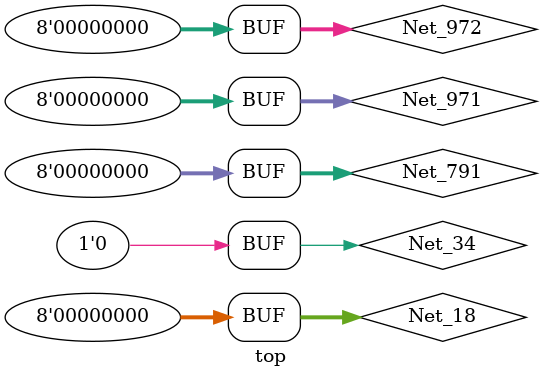
<source format=v>

/* -- WARNING: The following section of defines are deprecated and will be removed in a future release -- */
`define CYDEV_CHIP_DIE_LEOPARD 1
`define CYDEV_CHIP_REV_LEOPARD_PRODUCTION 3
`define CYDEV_CHIP_REV_LEOPARD_ES3 3
`define CYDEV_CHIP_REV_LEOPARD_ES2 1
`define CYDEV_CHIP_REV_LEOPARD_ES1 0
`define CYDEV_CHIP_DIE_TMA4 2
`define CYDEV_CHIP_REV_TMA4_PRODUCTION 17
`define CYDEV_CHIP_REV_TMA4_ES 17
`define CYDEV_CHIP_REV_TMA4_ES2 33
`define CYDEV_CHIP_DIE_PSOC4A 3
`define CYDEV_CHIP_REV_PSOC4A_PRODUCTION 17
`define CYDEV_CHIP_REV_PSOC4A_ES0 17
`define CYDEV_CHIP_DIE_PSOC5LP 4
`define CYDEV_CHIP_REV_PSOC5LP_PRODUCTION 0
`define CYDEV_CHIP_REV_PSOC5LP_ES0 0
`define CYDEV_CHIP_DIE_PANTHER 5
`define CYDEV_CHIP_REV_PANTHER_PRODUCTION 1
`define CYDEV_CHIP_REV_PANTHER_ES1 1
`define CYDEV_CHIP_REV_PANTHER_ES0 0
`define CYDEV_CHIP_DIE_EXPECT 4
`define CYDEV_CHIP_REV_EXPECT 0
`define CYDEV_CHIP_DIE_ACTUAL 4
/* -- WARNING: The previous section of defines are deprecated and will be removed in a future release -- */
`define CYDEV_CHIP_FAMILY_UNKNOWN 0
`define CYDEV_CHIP_MEMBER_UNKNOWN 0
`define CYDEV_CHIP_FAMILY_PSOC3 1
`define CYDEV_CHIP_MEMBER_3A 1
`define CYDEV_CHIP_REVISION_3A_PRODUCTION 3
`define CYDEV_CHIP_REVISION_3A_ES3 3
`define CYDEV_CHIP_REVISION_3A_ES2 1
`define CYDEV_CHIP_REVISION_3A_ES1 0
`define CYDEV_CHIP_FAMILY_PSOC4 2
`define CYDEV_CHIP_MEMBER_4G 2
`define CYDEV_CHIP_REVISION_4G_PRODUCTION 17
`define CYDEV_CHIP_REVISION_4G_ES 17
`define CYDEV_CHIP_REVISION_4G_ES2 33
`define CYDEV_CHIP_MEMBER_4U 3
`define CYDEV_CHIP_REVISION_4U_PRODUCTION 0
`define CYDEV_CHIP_MEMBER_4E 4
`define CYDEV_CHIP_REVISION_4E_PRODUCTION 0
`define CYDEV_CHIP_MEMBER_4N 5
`define CYDEV_CHIP_REVISION_4N_PRODUCTION 0
`define CYDEV_CHIP_MEMBER_4D 6
`define CYDEV_CHIP_REVISION_4D_PRODUCTION 0
`define CYDEV_CHIP_MEMBER_4J 7
`define CYDEV_CHIP_REVISION_4J_PRODUCTION 0
`define CYDEV_CHIP_MEMBER_4K 8
`define CYDEV_CHIP_REVISION_4K_PRODUCTION 0
`define CYDEV_CHIP_MEMBER_4H 9
`define CYDEV_CHIP_REVISION_4H_PRODUCTION 0
`define CYDEV_CHIP_MEMBER_4A 10
`define CYDEV_CHIP_REVISION_4A_PRODUCTION 17
`define CYDEV_CHIP_REVISION_4A_ES0 17
`define CYDEV_CHIP_MEMBER_4F 11
`define CYDEV_CHIP_REVISION_4F_PRODUCTION 0
`define CYDEV_CHIP_REVISION_4F_PRODUCTION_256K 0
`define CYDEV_CHIP_REVISION_4F_PRODUCTION_256DMA 0
`define CYDEV_CHIP_MEMBER_4F 12
`define CYDEV_CHIP_REVISION_4F_PRODUCTION 0
`define CYDEV_CHIP_REVISION_4F_PRODUCTION_256K 0
`define CYDEV_CHIP_REVISION_4F_PRODUCTION_256DMA 0
`define CYDEV_CHIP_MEMBER_4M 13
`define CYDEV_CHIP_REVISION_4M_PRODUCTION 0
`define CYDEV_CHIP_MEMBER_4L 14
`define CYDEV_CHIP_REVISION_4L_PRODUCTION 0
`define CYDEV_CHIP_MEMBER_4I 15
`define CYDEV_CHIP_REVISION_4I_PRODUCTION 0
`define CYDEV_CHIP_MEMBER_4C 16
`define CYDEV_CHIP_REVISION_4C_PRODUCTION 0
`define CYDEV_CHIP_FAMILY_PSOC5 3
`define CYDEV_CHIP_MEMBER_5B 17
`define CYDEV_CHIP_REVISION_5B_PRODUCTION 0
`define CYDEV_CHIP_REVISION_5B_ES0 0
`define CYDEV_CHIP_MEMBER_5A 18
`define CYDEV_CHIP_REVISION_5A_PRODUCTION 1
`define CYDEV_CHIP_REVISION_5A_ES1 1
`define CYDEV_CHIP_REVISION_5A_ES0 0
`define CYDEV_CHIP_FAMILY_USED 3
`define CYDEV_CHIP_MEMBER_USED 17
`define CYDEV_CHIP_REVISION_USED 0
// Component: CyControlReg_v1_80
`ifdef CY_BLK_DIR
`undef CY_BLK_DIR
`endif

`ifdef WARP
`define CY_BLK_DIR "C:\Program Files (x86)\Cypress\PSoC Creator\3.3\PSoC Creator\psoc\content\cyprimitives\CyPrimitives.cylib\CyControlReg_v1_80"
`include "C:\Program Files (x86)\Cypress\PSoC Creator\3.3\PSoC Creator\psoc\content\cyprimitives\CyPrimitives.cylib\CyControlReg_v1_80\CyControlReg_v1_80.v"
`else
`define CY_BLK_DIR "C:\Program Files (x86)\Cypress\PSoC Creator\3.3\PSoC Creator\psoc\content\cyprimitives\CyPrimitives.cylib\CyControlReg_v1_80"
`include "C:\Program Files (x86)\Cypress\PSoC Creator\3.3\PSoC Creator\psoc\content\cyprimitives\CyPrimitives.cylib\CyControlReg_v1_80\CyControlReg_v1_80.v"
`endif

// Component: CyStatusReg_v1_90
`ifdef CY_BLK_DIR
`undef CY_BLK_DIR
`endif

`ifdef WARP
`define CY_BLK_DIR "C:\Program Files (x86)\Cypress\PSoC Creator\3.3\PSoC Creator\psoc\content\cyprimitives\CyPrimitives.cylib\CyStatusReg_v1_90"
`include "C:\Program Files (x86)\Cypress\PSoC Creator\3.3\PSoC Creator\psoc\content\cyprimitives\CyPrimitives.cylib\CyStatusReg_v1_90\CyStatusReg_v1_90.v"
`else
`define CY_BLK_DIR "C:\Program Files (x86)\Cypress\PSoC Creator\3.3\PSoC Creator\psoc\content\cyprimitives\CyPrimitives.cylib\CyStatusReg_v1_90"
`include "C:\Program Files (x86)\Cypress\PSoC Creator\3.3\PSoC Creator\psoc\content\cyprimitives\CyPrimitives.cylib\CyStatusReg_v1_90\CyStatusReg_v1_90.v"
`endif

// Component: mux_v1_10
`ifdef CY_BLK_DIR
`undef CY_BLK_DIR
`endif

`ifdef WARP
`define CY_BLK_DIR "C:\Program Files (x86)\Cypress\PSoC Creator\3.3\PSoC Creator\psoc\content\cyprimitives\CyPrimitives.cylib\mux_v1_10"
`include "C:\Program Files (x86)\Cypress\PSoC Creator\3.3\PSoC Creator\psoc\content\cyprimitives\CyPrimitives.cylib\mux_v1_10\mux_v1_10.v"
`else
`define CY_BLK_DIR "C:\Program Files (x86)\Cypress\PSoC Creator\3.3\PSoC Creator\psoc\content\cyprimitives\CyPrimitives.cylib\mux_v1_10"
`include "C:\Program Files (x86)\Cypress\PSoC Creator\3.3\PSoC Creator\psoc\content\cyprimitives\CyPrimitives.cylib\mux_v1_10\mux_v1_10.v"
`endif

// via8bits(CY_API_CALLBACK_HEADER_INCLUDE=#include "cyapicallbacks.h", CY_COMPONENT_NAME=via8bits, CY_CONTROL_FILE=<:default:>, CY_DATASHEET_FILE=<:default:>, CY_FITTER_NAME=via8bits1, CY_INSTANCE_SHORT_NAME=via8bits1, CY_MAJOR_VERSION=0, CY_MINOR_VERSION=0, CY_REMOVE=false, CY_SUPPRESS_API_GEN=false, CY_VERSION=PSoC Creator  3.3 SP1, INSTANCE_NAME=via8bits1, )
module via8bits_0 (
    ack1,
    ack0,
    P1_in,
    P0_in,
    in_1,
    rq1,
    in_0,
    rq0,
    clk,
    P0_out,
    P1_out,
    gclk,
    gres);
    output      ack1;
    output      ack0;
    input      [7:0] P1_in;
    input      [7:0] P0_in;
    input       in_1;
    input       rq1;
    input       in_0;
    input       rq0;
    input       clk;
    output     [7:0] P0_out;
    output     [7:0] P1_out;
    output      gclk;
    output      gres;


          wire  P0_io;
          wire  P1_io;
          wire  Net_101;
          wire  Net_100;
          wire  Net_99;
          wire  Net_98;
          wire  Net_97;
          wire  Net_96;
          wire  Net_95;
          wire  Net_94;
          wire  Net_93;
          wire  Net_83;
          wire  Net_82;
          wire  Net_81;
          wire  Net_80;
          wire  Net_79;
          wire  Net_78;
          wire  Net_76;
          wire  Net_75;
          wire  Net_74;
          wire  Net_50;
          wire  Net_49;
          wire  Net_48;
          wire  Net_47;
          wire  Net_46;
          wire  Net_45;
          wire  Net_44;
          wire  Net_43;
          wire  Net_42;
          wire  Net_41;
          wire  Net_40;
          wire  Net_39;
          wire  Net_38;
          wire  Net_37;
          wire  Net_36;
          wire  Net_35;
          wire  Net_34;
          wire  Net_33;
          wire  Net_32;
          wire  Net_31;
          wire  Net_30;
          wire  Net_29;
          wire  Net_28;
          wire  Net_27;
          wire  Net_26;
          wire  Net_25;
          wire  Net_24;
          wire  Net_23;
          wire  Net_22;
          wire  Net_21;
          wire  Net_20;
          wire  Net_19;
          wire  Net_18;
          wire  Net_17;
          wire  Net_16;
          wire  Net_15;
          wire  Net_14;
          wire  Net_13;
          wire [7:0] Net_12;
          wire  Net_11;
          wire  Net_10;
          wire  Net_9;
          wire  Net_8;
          wire  Net_7;
          wire  Net_6;
          wire  Net_5;
          wire  Net_4;
          wire  Net_3;
          wire  Net_2;
          wire  Net_1;
          wire [7:0] Net_489;
          wire [7:0] Net_495;

    CyControlReg_v1_80 Ctrl (
        .control_1(P1_io),
        .control_2(ack0),
        .control_3(P0_io),
        .control_0(ack1),
        .control_4(Net_1),
        .control_5(Net_2),
        .control_6(Net_3),
        .control_7(Net_4),
        .clock(1'b0),
        .reset(1'b0));
    defparam Ctrl.Bit0Mode = 0;
    defparam Ctrl.Bit1Mode = 0;
    defparam Ctrl.Bit2Mode = 0;
    defparam Ctrl.Bit3Mode = 0;
    defparam Ctrl.Bit4Mode = 0;
    defparam Ctrl.Bit5Mode = 0;
    defparam Ctrl.Bit6Mode = 0;
    defparam Ctrl.Bit7Mode = 0;
    defparam Ctrl.BitValue = 0;
    defparam Ctrl.BusDisplay = 0;
    defparam Ctrl.ExtrReset = 0;
    defparam Ctrl.NumOutputs = 4;

    CyStatusReg_v1_90 Stat (
        .status_0(rq1),
        .status_1(in_1),
        .status_2(rq0),
        .status_3(in_0),
        .clock(clk),
        .status_4(1'b0),
        .status_5(1'b0),
        .status_6(1'b0),
        .status_7(1'b0),
        .intr(Net_11),
        .status_bus(8'b0));
    defparam Stat.Bit0Mode = 0;
    defparam Stat.Bit1Mode = 0;
    defparam Stat.Bit2Mode = 0;
    defparam Stat.Bit3Mode = 0;
    defparam Stat.Bit4Mode = 0;
    defparam Stat.Bit5Mode = 0;
    defparam Stat.Bit6Mode = 0;
    defparam Stat.Bit7Mode = 0;
    defparam Stat.BusDisplay = 0;
    defparam Stat.Interrupt = 0;
    defparam Stat.MaskValue = 0;
    defparam Stat.NumInputs = 4;

    CyControlReg_v1_80 P0_ctrl (
        .control_1(Net_13),
        .control_2(Net_14),
        .control_3(Net_15),
        .control_0(Net_16),
        .control_4(Net_17),
        .control_5(Net_18),
        .control_6(Net_19),
        .control_7(Net_20),
        .clock(1'b0),
        .reset(1'b0),
        .control_bus(Net_489[7:0]));
    defparam P0_ctrl.Bit0Mode = 0;
    defparam P0_ctrl.Bit1Mode = 0;
    defparam P0_ctrl.Bit2Mode = 0;
    defparam P0_ctrl.Bit3Mode = 0;
    defparam P0_ctrl.Bit4Mode = 0;
    defparam P0_ctrl.Bit5Mode = 0;
    defparam P0_ctrl.Bit6Mode = 0;
    defparam P0_ctrl.Bit7Mode = 0;
    defparam P0_ctrl.BitValue = 0;
    defparam P0_ctrl.BusDisplay = 1;
    defparam P0_ctrl.ExtrReset = 0;
    defparam P0_ctrl.NumOutputs = 8;

    CyStatusReg_v1_90 P0_stat (
        .status_0(1'b0),
        .status_1(1'b0),
        .status_2(1'b0),
        .status_3(1'b0),
        .clock(clk),
        .status_4(1'b0),
        .status_5(1'b0),
        .status_6(1'b0),
        .status_7(1'b0),
        .intr(Net_31),
        .status_bus(P0_out[7:0]));
    defparam P0_stat.Bit0Mode = 0;
    defparam P0_stat.Bit1Mode = 0;
    defparam P0_stat.Bit2Mode = 0;
    defparam P0_stat.Bit3Mode = 0;
    defparam P0_stat.Bit4Mode = 0;
    defparam P0_stat.Bit5Mode = 0;
    defparam P0_stat.Bit6Mode = 0;
    defparam P0_stat.Bit7Mode = 0;
    defparam P0_stat.BusDisplay = 1;
    defparam P0_stat.Interrupt = 0;
    defparam P0_stat.MaskValue = 0;
    defparam P0_stat.NumInputs = 8;

    CyControlReg_v1_80 P1_ctrl (
        .control_1(Net_32),
        .control_2(Net_33),
        .control_3(Net_34),
        .control_0(Net_35),
        .control_4(Net_36),
        .control_5(Net_37),
        .control_6(Net_38),
        .control_7(Net_39),
        .clock(1'b0),
        .reset(1'b0),
        .control_bus(Net_495[7:0]));
    defparam P1_ctrl.Bit0Mode = 0;
    defparam P1_ctrl.Bit1Mode = 0;
    defparam P1_ctrl.Bit2Mode = 0;
    defparam P1_ctrl.Bit3Mode = 0;
    defparam P1_ctrl.Bit4Mode = 0;
    defparam P1_ctrl.Bit5Mode = 0;
    defparam P1_ctrl.Bit6Mode = 0;
    defparam P1_ctrl.Bit7Mode = 0;
    defparam P1_ctrl.BitValue = 0;
    defparam P1_ctrl.BusDisplay = 1;
    defparam P1_ctrl.ExtrReset = 0;
    defparam P1_ctrl.NumOutputs = 8;

    CyStatusReg_v1_90 P1_stat (
        .status_0(1'b0),
        .status_1(1'b0),
        .status_2(1'b0),
        .status_3(1'b0),
        .clock(clk),
        .status_4(1'b0),
        .status_5(1'b0),
        .status_6(1'b0),
        .status_7(1'b0),
        .intr(Net_50),
        .status_bus(P1_out[7:0]));
    defparam P1_stat.Bit0Mode = 0;
    defparam P1_stat.Bit1Mode = 0;
    defparam P1_stat.Bit2Mode = 0;
    defparam P1_stat.Bit3Mode = 0;
    defparam P1_stat.Bit4Mode = 0;
    defparam P1_stat.Bit5Mode = 0;
    defparam P1_stat.Bit6Mode = 0;
    defparam P1_stat.Bit7Mode = 0;
    defparam P1_stat.BusDisplay = 1;
    defparam P1_stat.Interrupt = 0;
    defparam P1_stat.MaskValue = 0;
    defparam P1_stat.NumInputs = 8;

    // -- Mux start --
    if (1)
    begin : mux_1
        reg [7:0] tmp__mux_1_reg;
        always @(P0_in or Net_489 or P0_io)
        begin
            case (P0_io)
                1'b0 :  tmp__mux_1_reg = P0_in[7:0];
                1'b1 :  tmp__mux_1_reg = Net_489[7:0];
            endcase
        end
        assign P0_out[7:0] = tmp__mux_1_reg;
    end
    // -- Mux end --

    // -- Mux start --
    if (1)
    begin : mux_2
        reg [7:0] tmp__mux_2_reg;
        always @(P1_in or Net_495 or P1_io)
        begin
            case (P1_io)
                1'b0 :  tmp__mux_2_reg = P1_in[7:0];
                1'b1 :  tmp__mux_2_reg = Net_495[7:0];
            endcase
        end
        assign P1_out[7:0] = tmp__mux_2_reg;
    end
    // -- Mux end --

    CyControlReg_v1_80 gnome_clk (
        .control_1(Net_74),
        .control_2(Net_75),
        .control_3(Net_76),
        .control_0(gclk),
        .control_4(Net_78),
        .control_5(Net_79),
        .control_6(Net_80),
        .control_7(Net_81),
        .clock(1'b0),
        .reset(1'b0));
    defparam gnome_clk.Bit0Mode = 0;
    defparam gnome_clk.Bit1Mode = 0;
    defparam gnome_clk.Bit2Mode = 0;
    defparam gnome_clk.Bit3Mode = 0;
    defparam gnome_clk.Bit4Mode = 0;
    defparam gnome_clk.Bit5Mode = 0;
    defparam gnome_clk.Bit6Mode = 0;
    defparam gnome_clk.Bit7Mode = 0;
    defparam gnome_clk.BitValue = 0;
    defparam gnome_clk.BusDisplay = 0;
    defparam gnome_clk.ExtrReset = 0;
    defparam gnome_clk.NumOutputs = 1;

    CyControlReg_v1_80 gnome_res (
        .control_1(Net_93),
        .control_2(Net_94),
        .control_3(Net_95),
        .control_0(gres),
        .control_4(Net_96),
        .control_5(Net_97),
        .control_6(Net_98),
        .control_7(Net_99),
        .clock(1'b0),
        .reset(1'b0));
    defparam gnome_res.Bit0Mode = 0;
    defparam gnome_res.Bit1Mode = 0;
    defparam gnome_res.Bit2Mode = 0;
    defparam gnome_res.Bit3Mode = 0;
    defparam gnome_res.Bit4Mode = 0;
    defparam gnome_res.Bit5Mode = 0;
    defparam gnome_res.Bit6Mode = 0;
    defparam gnome_res.Bit7Mode = 0;
    defparam gnome_res.BitValue = 0;
    defparam gnome_res.BusDisplay = 0;
    defparam gnome_res.ExtrReset = 0;
    defparam gnome_res.NumOutputs = 1;



endmodule

// Component: cy_constant_v1_0
`ifdef CY_BLK_DIR
`undef CY_BLK_DIR
`endif

`ifdef WARP
`define CY_BLK_DIR "C:\Program Files (x86)\Cypress\PSoC Creator\3.3\PSoC Creator\psoc\content\cyprimitives\CyPrimitives.cylib\cy_constant_v1_0"
`include "C:\Program Files (x86)\Cypress\PSoC Creator\3.3\PSoC Creator\psoc\content\cyprimitives\CyPrimitives.cylib\cy_constant_v1_0\cy_constant_v1_0.v"
`else
`define CY_BLK_DIR "C:\Program Files (x86)\Cypress\PSoC Creator\3.3\PSoC Creator\psoc\content\cyprimitives\CyPrimitives.cylib\cy_constant_v1_0"
`include "C:\Program Files (x86)\Cypress\PSoC Creator\3.3\PSoC Creator\psoc\content\cyprimitives\CyPrimitives.cylib\cy_constant_v1_0\cy_constant_v1_0.v"
`endif

// via8bits(CY_API_CALLBACK_HEADER_INCLUDE=#include "cyapicallbacks.h", CY_COMPONENT_NAME=via8bits, CY_CONTROL_FILE=<:default:>, CY_DATASHEET_FILE=<:default:>, CY_FITTER_NAME=via8bits2, CY_INSTANCE_SHORT_NAME=via8bits2, CY_MAJOR_VERSION=0, CY_MINOR_VERSION=0, CY_REMOVE=false, CY_SUPPRESS_API_GEN=false, CY_VERSION=PSoC Creator  3.3 SP1, INSTANCE_NAME=via8bits2, )
module via8bits_1 (
    ack1,
    ack0,
    P1_in,
    P0_in,
    in_1,
    rq1,
    in_0,
    rq0,
    clk,
    P0_out,
    P1_out,
    gclk,
    gres);
    output      ack1;
    output      ack0;
    input      [7:0] P1_in;
    input      [7:0] P0_in;
    input       in_1;
    input       rq1;
    input       in_0;
    input       rq0;
    input       clk;
    output     [7:0] P0_out;
    output     [7:0] P1_out;
    output      gclk;
    output      gres;


          wire  P0_io;
          wire  P1_io;
          wire  Net_101;
          wire  Net_100;
          wire  Net_99;
          wire  Net_98;
          wire  Net_97;
          wire  Net_96;
          wire  Net_95;
          wire  Net_94;
          wire  Net_93;
          wire  Net_83;
          wire  Net_82;
          wire  Net_81;
          wire  Net_80;
          wire  Net_79;
          wire  Net_78;
          wire  Net_76;
          wire  Net_75;
          wire  Net_74;
          wire  Net_50;
          wire  Net_49;
          wire  Net_48;
          wire  Net_47;
          wire  Net_46;
          wire  Net_45;
          wire  Net_44;
          wire  Net_43;
          wire  Net_42;
          wire  Net_41;
          wire  Net_40;
          wire  Net_39;
          wire  Net_38;
          wire  Net_37;
          wire  Net_36;
          wire  Net_35;
          wire  Net_34;
          wire  Net_33;
          wire  Net_32;
          wire  Net_31;
          wire  Net_30;
          wire  Net_29;
          wire  Net_28;
          wire  Net_27;
          wire  Net_26;
          wire  Net_25;
          wire  Net_24;
          wire  Net_23;
          wire  Net_22;
          wire  Net_21;
          wire  Net_20;
          wire  Net_19;
          wire  Net_18;
          wire  Net_17;
          wire  Net_16;
          wire  Net_15;
          wire  Net_14;
          wire  Net_13;
          wire [7:0] Net_12;
          wire  Net_11;
          wire  Net_10;
          wire  Net_9;
          wire  Net_8;
          wire  Net_7;
          wire  Net_6;
          wire  Net_5;
          wire  Net_4;
          wire  Net_3;
          wire  Net_2;
          wire  Net_1;
          wire [7:0] Net_489;
          wire [7:0] Net_495;

    CyControlReg_v1_80 Ctrl (
        .control_1(P1_io),
        .control_2(ack0),
        .control_3(P0_io),
        .control_0(ack1),
        .control_4(Net_1),
        .control_5(Net_2),
        .control_6(Net_3),
        .control_7(Net_4),
        .clock(1'b0),
        .reset(1'b0));
    defparam Ctrl.Bit0Mode = 0;
    defparam Ctrl.Bit1Mode = 0;
    defparam Ctrl.Bit2Mode = 0;
    defparam Ctrl.Bit3Mode = 0;
    defparam Ctrl.Bit4Mode = 0;
    defparam Ctrl.Bit5Mode = 0;
    defparam Ctrl.Bit6Mode = 0;
    defparam Ctrl.Bit7Mode = 0;
    defparam Ctrl.BitValue = 0;
    defparam Ctrl.BusDisplay = 0;
    defparam Ctrl.ExtrReset = 0;
    defparam Ctrl.NumOutputs = 4;

    CyStatusReg_v1_90 Stat (
        .status_0(rq1),
        .status_1(in_1),
        .status_2(rq0),
        .status_3(in_0),
        .clock(clk),
        .status_4(1'b0),
        .status_5(1'b0),
        .status_6(1'b0),
        .status_7(1'b0),
        .intr(Net_11),
        .status_bus(8'b0));
    defparam Stat.Bit0Mode = 0;
    defparam Stat.Bit1Mode = 0;
    defparam Stat.Bit2Mode = 0;
    defparam Stat.Bit3Mode = 0;
    defparam Stat.Bit4Mode = 0;
    defparam Stat.Bit5Mode = 0;
    defparam Stat.Bit6Mode = 0;
    defparam Stat.Bit7Mode = 0;
    defparam Stat.BusDisplay = 0;
    defparam Stat.Interrupt = 0;
    defparam Stat.MaskValue = 0;
    defparam Stat.NumInputs = 4;

    CyControlReg_v1_80 P0_ctrl (
        .control_1(Net_13),
        .control_2(Net_14),
        .control_3(Net_15),
        .control_0(Net_16),
        .control_4(Net_17),
        .control_5(Net_18),
        .control_6(Net_19),
        .control_7(Net_20),
        .clock(1'b0),
        .reset(1'b0),
        .control_bus(Net_489[7:0]));
    defparam P0_ctrl.Bit0Mode = 0;
    defparam P0_ctrl.Bit1Mode = 0;
    defparam P0_ctrl.Bit2Mode = 0;
    defparam P0_ctrl.Bit3Mode = 0;
    defparam P0_ctrl.Bit4Mode = 0;
    defparam P0_ctrl.Bit5Mode = 0;
    defparam P0_ctrl.Bit6Mode = 0;
    defparam P0_ctrl.Bit7Mode = 0;
    defparam P0_ctrl.BitValue = 0;
    defparam P0_ctrl.BusDisplay = 1;
    defparam P0_ctrl.ExtrReset = 0;
    defparam P0_ctrl.NumOutputs = 8;

    CyStatusReg_v1_90 P0_stat (
        .status_0(1'b0),
        .status_1(1'b0),
        .status_2(1'b0),
        .status_3(1'b0),
        .clock(clk),
        .status_4(1'b0),
        .status_5(1'b0),
        .status_6(1'b0),
        .status_7(1'b0),
        .intr(Net_31),
        .status_bus(P0_out[7:0]));
    defparam P0_stat.Bit0Mode = 0;
    defparam P0_stat.Bit1Mode = 0;
    defparam P0_stat.Bit2Mode = 0;
    defparam P0_stat.Bit3Mode = 0;
    defparam P0_stat.Bit4Mode = 0;
    defparam P0_stat.Bit5Mode = 0;
    defparam P0_stat.Bit6Mode = 0;
    defparam P0_stat.Bit7Mode = 0;
    defparam P0_stat.BusDisplay = 1;
    defparam P0_stat.Interrupt = 0;
    defparam P0_stat.MaskValue = 0;
    defparam P0_stat.NumInputs = 8;

    CyControlReg_v1_80 P1_ctrl (
        .control_1(Net_32),
        .control_2(Net_33),
        .control_3(Net_34),
        .control_0(Net_35),
        .control_4(Net_36),
        .control_5(Net_37),
        .control_6(Net_38),
        .control_7(Net_39),
        .clock(1'b0),
        .reset(1'b0),
        .control_bus(Net_495[7:0]));
    defparam P1_ctrl.Bit0Mode = 0;
    defparam P1_ctrl.Bit1Mode = 0;
    defparam P1_ctrl.Bit2Mode = 0;
    defparam P1_ctrl.Bit3Mode = 0;
    defparam P1_ctrl.Bit4Mode = 0;
    defparam P1_ctrl.Bit5Mode = 0;
    defparam P1_ctrl.Bit6Mode = 0;
    defparam P1_ctrl.Bit7Mode = 0;
    defparam P1_ctrl.BitValue = 0;
    defparam P1_ctrl.BusDisplay = 1;
    defparam P1_ctrl.ExtrReset = 0;
    defparam P1_ctrl.NumOutputs = 8;

    CyStatusReg_v1_90 P1_stat (
        .status_0(1'b0),
        .status_1(1'b0),
        .status_2(1'b0),
        .status_3(1'b0),
        .clock(clk),
        .status_4(1'b0),
        .status_5(1'b0),
        .status_6(1'b0),
        .status_7(1'b0),
        .intr(Net_50),
        .status_bus(P1_out[7:0]));
    defparam P1_stat.Bit0Mode = 0;
    defparam P1_stat.Bit1Mode = 0;
    defparam P1_stat.Bit2Mode = 0;
    defparam P1_stat.Bit3Mode = 0;
    defparam P1_stat.Bit4Mode = 0;
    defparam P1_stat.Bit5Mode = 0;
    defparam P1_stat.Bit6Mode = 0;
    defparam P1_stat.Bit7Mode = 0;
    defparam P1_stat.BusDisplay = 1;
    defparam P1_stat.Interrupt = 0;
    defparam P1_stat.MaskValue = 0;
    defparam P1_stat.NumInputs = 8;

    // -- Mux start --
    if (1)
    begin : mux_1
        reg [7:0] tmp__mux_1_reg;
        always @(P0_in or Net_489 or P0_io)
        begin
            case (P0_io)
                1'b0 :  tmp__mux_1_reg = P0_in[7:0];
                1'b1 :  tmp__mux_1_reg = Net_489[7:0];
            endcase
        end
        assign P0_out[7:0] = tmp__mux_1_reg;
    end
    // -- Mux end --

    // -- Mux start --
    if (1)
    begin : mux_2
        reg [7:0] tmp__mux_2_reg;
        always @(P1_in or Net_495 or P1_io)
        begin
            case (P1_io)
                1'b0 :  tmp__mux_2_reg = P1_in[7:0];
                1'b1 :  tmp__mux_2_reg = Net_495[7:0];
            endcase
        end
        assign P1_out[7:0] = tmp__mux_2_reg;
    end
    // -- Mux end --

    CyControlReg_v1_80 gnome_clk (
        .control_1(Net_74),
        .control_2(Net_75),
        .control_3(Net_76),
        .control_0(gclk),
        .control_4(Net_78),
        .control_5(Net_79),
        .control_6(Net_80),
        .control_7(Net_81),
        .clock(1'b0),
        .reset(1'b0));
    defparam gnome_clk.Bit0Mode = 0;
    defparam gnome_clk.Bit1Mode = 0;
    defparam gnome_clk.Bit2Mode = 0;
    defparam gnome_clk.Bit3Mode = 0;
    defparam gnome_clk.Bit4Mode = 0;
    defparam gnome_clk.Bit5Mode = 0;
    defparam gnome_clk.Bit6Mode = 0;
    defparam gnome_clk.Bit7Mode = 0;
    defparam gnome_clk.BitValue = 0;
    defparam gnome_clk.BusDisplay = 0;
    defparam gnome_clk.ExtrReset = 0;
    defparam gnome_clk.NumOutputs = 1;

    CyControlReg_v1_80 gnome_res (
        .control_1(Net_93),
        .control_2(Net_94),
        .control_3(Net_95),
        .control_0(gres),
        .control_4(Net_96),
        .control_5(Net_97),
        .control_6(Net_98),
        .control_7(Net_99),
        .clock(1'b0),
        .reset(1'b0));
    defparam gnome_res.Bit0Mode = 0;
    defparam gnome_res.Bit1Mode = 0;
    defparam gnome_res.Bit2Mode = 0;
    defparam gnome_res.Bit3Mode = 0;
    defparam gnome_res.Bit4Mode = 0;
    defparam gnome_res.Bit5Mode = 0;
    defparam gnome_res.Bit6Mode = 0;
    defparam gnome_res.Bit7Mode = 0;
    defparam gnome_res.BitValue = 0;
    defparam gnome_res.BusDisplay = 0;
    defparam gnome_res.ExtrReset = 0;
    defparam gnome_res.NumOutputs = 1;



endmodule

// top
module top ;

          wire  Net_999;
          wire  Net_998;
          wire  Net_978;
          wire  Net_977;
          wire [7:0] Net_976;
          wire [7:0] Net_975;
          wire  Net_974;
          wire  Net_973;
          wire  Net_1031;
          wire  Net_726;
          wire  Net_851;
          wire [7:0] Net_796;
          wire [7:0] Net_870;
          wire  Net_20;
          wire  Net_19;
          wire [7:0] Net_18;
          wire [7:0] Net_791;
          wire  Net_12;
          wire  Net_34;
          wire  Net_992;
          wire  Net_981;
          wire [7:0] Net_972;
          wire [7:0] Net_971;

    via8bits_0 via8bits1 (
        .clk(Net_12),
        .rq0(Net_992),
        .in_0(Net_992),
        .rq1(Net_992),
        .in_1(Net_992),
        .P0_in(Net_791[7:0]),
        .P1_in(Net_18[7:0]),
        .ack0(Net_19),
        .ack1(Net_20),
        .P0_out(Net_870[7:0]),
        .P1_out(Net_796[7:0]),
        .gclk(Net_851),
        .gres(Net_726));


	cy_isr_v1_0
		#(.int_type(2'b00))
		ISR
		 (.int_signal(Net_34));


    assign Net_34 = 1'h0;


	cy_clock_v1_0
		#(.id("98abe769-d264-4cb0-a544-034de32b45a9"),
		  .source_clock_id("75C2148C-3656-4d8a-846D-0CAE99AB6FF7"),
		  .divisor(0),
		  .period("0"),
		  .is_direct(1),
		  .is_digital(1))
		Clock_1
		 (.clock_out(Net_12));


    assign Net_18[7:0] = 8'h0;

    assign Net_791[7:0] = 8'h0;

    via8bits_1 via8bits2 (
        .clk(Net_981),
        .rq0(Net_992),
        .in_0(Net_992),
        .rq1(Net_992),
        .in_1(Net_992),
        .P0_in(Net_971[7:0]),
        .P1_in(Net_972[7:0]),
        .ack0(Net_973),
        .ack1(Net_974),
        .P0_out(Net_975[7:0]),
        .P1_out(Net_976[7:0]),
        .gclk(Net_977),
        .gres(Net_978));

    assign Net_971[7:0] = 8'h0;

    assign Net_972[7:0] = 8'h0;


	cy_clock_v1_0
		#(.id("f305a45d-5a55-4b64-bcc2-a236b5036f65"),
		  .source_clock_id("75C2148C-3656-4d8a-846D-0CAE99AB6FF7"),
		  .divisor(0),
		  .period("0"),
		  .is_direct(1),
		  .is_digital(1))
		Clock_4
		 (.clock_out(Net_981));



	cy_clock_v1_0
		#(.id("622774ad-f868-49a5-8a00-37b43ecbd6ea"),
		  .source_clock_id("315365C3-2E3E-4f04-84A2-BB564A173261"),
		  .divisor(0),
		  .period("16666666666666.7"),
		  .is_direct(0),
		  .is_digital(1))
		Clock_5
		 (.clock_out(Net_992));




endmodule


</source>
